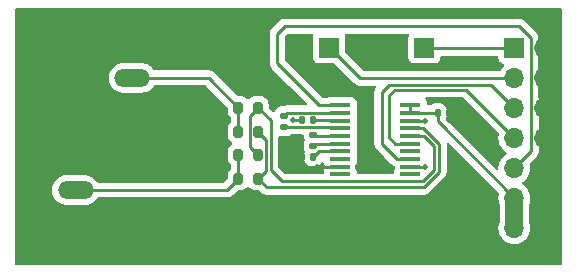
<source format=gbr>
%TF.GenerationSoftware,KiCad,Pcbnew,7.0.7*%
%TF.CreationDate,2023-09-29T20:54:03-04:00*%
%TF.ProjectId,Little_Master_Board,4c697474-6c65-45f4-9d61-737465725f42,B*%
%TF.SameCoordinates,Original*%
%TF.FileFunction,Copper,L1,Top*%
%TF.FilePolarity,Positive*%
%FSLAX46Y46*%
G04 Gerber Fmt 4.6, Leading zero omitted, Abs format (unit mm)*
G04 Created by KiCad (PCBNEW 7.0.7) date 2023-09-29 20:54:03*
%MOMM*%
%LPD*%
G01*
G04 APERTURE LIST*
G04 Aperture macros list*
%AMRoundRect*
0 Rectangle with rounded corners*
0 $1 Rounding radius*
0 $2 $3 $4 $5 $6 $7 $8 $9 X,Y pos of 4 corners*
0 Add a 4 corners polygon primitive as box body*
4,1,4,$2,$3,$4,$5,$6,$7,$8,$9,$2,$3,0*
0 Add four circle primitives for the rounded corners*
1,1,$1+$1,$2,$3*
1,1,$1+$1,$4,$5*
1,1,$1+$1,$6,$7*
1,1,$1+$1,$8,$9*
0 Add four rect primitives between the rounded corners*
20,1,$1+$1,$2,$3,$4,$5,0*
20,1,$1+$1,$4,$5,$6,$7,0*
20,1,$1+$1,$6,$7,$8,$9,0*
20,1,$1+$1,$8,$9,$2,$3,0*%
G04 Aperture macros list end*
%TA.AperFunction,SMDPad,CuDef*%
%ADD10RoundRect,0.140000X-0.170000X0.140000X-0.170000X-0.140000X0.170000X-0.140000X0.170000X0.140000X0*%
%TD*%
%TA.AperFunction,SMDPad,CuDef*%
%ADD11R,1.780000X0.420000*%
%TD*%
%TA.AperFunction,ComponentPad*%
%ADD12R,1.700000X1.700000*%
%TD*%
%TA.AperFunction,ComponentPad*%
%ADD13O,1.700000X1.700000*%
%TD*%
%TA.AperFunction,SMDPad,CuDef*%
%ADD14RoundRect,0.200000X0.200000X0.275000X-0.200000X0.275000X-0.200000X-0.275000X0.200000X-0.275000X0*%
%TD*%
%TA.AperFunction,SMDPad,CuDef*%
%ADD15RoundRect,0.140000X0.140000X0.170000X-0.140000X0.170000X-0.140000X-0.170000X0.140000X-0.170000X0*%
%TD*%
%TA.AperFunction,SMDPad,CuDef*%
%ADD16RoundRect,0.140000X-0.140000X-0.170000X0.140000X-0.170000X0.140000X0.170000X-0.140000X0.170000X0*%
%TD*%
%TA.AperFunction,ComponentPad*%
%ADD17O,1.508000X3.016000*%
%TD*%
%TA.AperFunction,ComponentPad*%
%ADD18O,3.016000X1.508000*%
%TD*%
%TA.AperFunction,ViaPad*%
%ADD19C,0.508000*%
%TD*%
%TA.AperFunction,Conductor*%
%ADD20C,0.254000*%
%TD*%
%TA.AperFunction,Conductor*%
%ADD21C,1.524000*%
%TD*%
G04 APERTURE END LIST*
D10*
%TO.P,C1,1*%
%TO.N,Net-(U1-C1+)*%
X134466400Y-67310000D03*
%TO.P,C1,2*%
%TO.N,Net-(U1-C1-)*%
X134466400Y-68270000D03*
%TD*%
D11*
%TO.P,U1,1,~{EN}*%
%TO.N,/~{EN}*%
X139220900Y-66431400D03*
%TO.P,U1,2,C1+*%
%TO.N,Net-(U1-C1+)*%
X139220900Y-67081400D03*
%TO.P,U1,3,V+*%
%TO.N,Net-(U1-V+)*%
X139220900Y-67731400D03*
%TO.P,U1,4,C1-*%
%TO.N,Net-(U1-C1-)*%
X139220900Y-68381400D03*
%TO.P,U1,5,C2+*%
%TO.N,Net-(U1-C2+)*%
X139220900Y-69031400D03*
%TO.P,U1,6,C2-*%
%TO.N,Net-(U1-C2-)*%
X139220900Y-69681400D03*
%TO.P,U1,7,V-*%
%TO.N,Net-(U1-V-)*%
X139220900Y-70331400D03*
%TO.P,U1,8,T2OUT*%
%TO.N,unconnected-(U1-T2OUT-Pad8)*%
X139220900Y-70981400D03*
%TO.P,U1,9,R2IN*%
%TO.N,GND*%
X139220900Y-71631400D03*
%TO.P,U1,10,R2OUT*%
%TO.N,unconnected-(U1-R2OUT-Pad10)*%
X139220900Y-72281400D03*
%TO.P,U1,11,N.C._1*%
%TO.N,unconnected-(U1-N.C._1-Pad11)*%
X145160900Y-72281400D03*
%TO.P,U1,12,T2IN*%
%TO.N,GND*%
X145160900Y-71631400D03*
%TO.P,U1,13,T1IN*%
%TO.N,/T1IN*%
X145160900Y-70981400D03*
%TO.P,U1,14,N.C._2*%
%TO.N,unconnected-(U1-N.C._2-Pad14)*%
X145160900Y-70331400D03*
%TO.P,U1,15,R1OUT*%
%TO.N,/R1OUT*%
X145160900Y-69681400D03*
%TO.P,U1,16,R1IN*%
%TO.N,/R1IN*%
X145160900Y-69031400D03*
%TO.P,U1,17,T1OUT*%
%TO.N,/T1OUT*%
X145160900Y-68381400D03*
%TO.P,U1,18,GND*%
%TO.N,GND*%
X145160900Y-67731400D03*
%TO.P,U1,19,VCC*%
%TO.N,VCC*%
X145160900Y-67081400D03*
%TO.P,U1,20,~{SHDN}*%
X145160900Y-66431400D03*
%TD*%
D12*
%TO.P,J1,1,Pin_1*%
%TO.N,Net-(J1-Pin_1)*%
X153974800Y-61595000D03*
D13*
%TO.P,J1,2,Pin_2*%
%TO.N,Net-(J1-Pin_2)*%
X153974800Y-64135000D03*
%TO.P,J1,3,Pin_3*%
%TO.N,/T1IN*%
X153974800Y-66675000D03*
%TO.P,J1,4,Pin_4*%
%TO.N,/R1OUT*%
X153974800Y-69215000D03*
%TO.P,J1,5,Pin_5*%
%TO.N,/~{EN}*%
X153974800Y-71755000D03*
%TO.P,J1,6,Pin_6*%
%TO.N,VCC*%
X153974800Y-74295000D03*
%TO.P,J1,7,Pin_7*%
X153974800Y-76835000D03*
%TO.P,J1,8,Pin_8*%
%TO.N,GND*%
X156514800Y-76835000D03*
%TO.P,J1,9,Pin_9*%
X156514800Y-74295000D03*
%TO.P,J1,10,Pin_10*%
X156514800Y-71755000D03*
%TO.P,J1,11,Pin_11*%
X156514800Y-69215000D03*
%TO.P,J1,12,Pin_12*%
X156514800Y-66675000D03*
%TO.P,J1,13,Pin_13*%
X156514800Y-64135000D03*
%TO.P,J1,14,Pin_14*%
X156514800Y-61595000D03*
%TD*%
D14*
%TO.P,R1,1*%
%TO.N,/T1OUT*%
X132256800Y-72644000D03*
%TO.P,R1,2*%
%TO.N,Net-(J3-Pin_2)*%
X130606800Y-72644000D03*
%TD*%
D15*
%TO.P,C3,1*%
%TO.N,Net-(U1-V+)*%
X136955600Y-67691000D03*
%TO.P,C3,2*%
%TO.N,GND*%
X135995600Y-67691000D03*
%TD*%
D14*
%TO.P,R3,1*%
%TO.N,/T1OUT*%
X132256800Y-68656200D03*
%TO.P,R3,2*%
%TO.N,Net-(J3-Pin_3)*%
X130606800Y-68656200D03*
%TD*%
D10*
%TO.P,C2,1*%
%TO.N,Net-(U1-C2+)*%
X136955600Y-68912800D03*
%TO.P,C2,2*%
%TO.N,Net-(U1-C2-)*%
X136955600Y-69872800D03*
%TD*%
D14*
%TO.P,R4,1*%
%TO.N,/R1IN*%
X132256800Y-66624200D03*
%TO.P,R4,2*%
%TO.N,Net-(J3-Pin_3)*%
X130606800Y-66624200D03*
%TD*%
D12*
%TO.P,J4,1,Pin_1*%
%TO.N,Net-(J1-Pin_2)*%
X138277600Y-61544200D03*
D13*
%TO.P,J4,2,Pin_2*%
%TO.N,GND*%
X135737600Y-61544200D03*
%TD*%
D16*
%TO.P,C4,1*%
%TO.N,GND*%
X135995600Y-70789800D03*
%TO.P,C4,2*%
%TO.N,Net-(U1-V-)*%
X136955600Y-70789800D03*
%TD*%
D14*
%TO.P,R2,1*%
%TO.N,/R1IN*%
X132256800Y-70612000D03*
%TO.P,R2,2*%
%TO.N,Net-(J3-Pin_2)*%
X130606800Y-70612000D03*
%TD*%
D17*
%TO.P,J3,1,Pin_1*%
%TO.N,GND*%
X113334800Y-69113400D03*
D18*
%TO.P,J3,2,Pin_2*%
%TO.N,Net-(J3-Pin_2)*%
X116834800Y-73613400D03*
%TO.P,J3,3,Pin_3*%
%TO.N,Net-(J3-Pin_3)*%
X121634800Y-64113400D03*
%TD*%
D16*
%TO.P,C5,1*%
%TO.N,VCC*%
X147475000Y-67081400D03*
%TO.P,C5,2*%
%TO.N,GND*%
X148435000Y-67081400D03*
%TD*%
D12*
%TO.P,J2,1,Pin_1*%
%TO.N,Net-(J1-Pin_1)*%
X146354800Y-61544200D03*
D13*
%TO.P,J2,2,Pin_2*%
%TO.N,GND*%
X143814800Y-61544200D03*
%TD*%
D19*
%TO.N,GND*%
X137285800Y-71653400D03*
X148463000Y-67665600D03*
X146431000Y-71631400D03*
X135253800Y-67691000D03*
X135431600Y-70789800D03*
X146431000Y-67731400D03*
%TD*%
D20*
%TO.N,VCC*%
X145160900Y-66431400D02*
X145160900Y-67081400D01*
%TO.N,/~{EN}*%
X155371800Y-60733200D02*
X155371800Y-65836800D01*
X155371800Y-65836800D02*
X155371800Y-66068387D01*
X153974800Y-71755000D02*
X155385400Y-70344400D01*
X155385400Y-70344400D02*
X155385400Y-65850400D01*
X155385400Y-65850400D02*
X155371800Y-65836800D01*
X139220900Y-66431400D02*
X137449800Y-66431400D01*
X133883400Y-60375800D02*
X134518400Y-59740800D01*
X154379400Y-59740800D02*
X155371800Y-60733200D01*
X137449800Y-66431400D02*
X133883400Y-62865000D01*
X133883400Y-62865000D02*
X133883400Y-60375800D01*
X134518400Y-59740800D02*
X154379400Y-59740800D01*
%TO.N,Net-(U1-C1+)*%
X134695000Y-67081400D02*
X134466400Y-67310000D01*
X138483100Y-67081400D02*
X134695000Y-67081400D01*
%TO.N,Net-(U1-C1-)*%
X139119900Y-68280400D02*
X139220900Y-68381400D01*
X134466400Y-68270000D02*
X134476800Y-68280400D01*
X134476800Y-68280400D02*
X138382100Y-68280400D01*
%TO.N,Net-(U1-C2+)*%
X138483100Y-69031400D02*
X137074200Y-69031400D01*
X137074200Y-69031400D02*
X136955600Y-68912800D01*
%TO.N,Net-(U1-C2-)*%
X139220900Y-69681400D02*
X137147000Y-69681400D01*
X137147000Y-69681400D02*
X136955600Y-69872800D01*
%TO.N,Net-(U1-V+)*%
X136955600Y-67691000D02*
X138442700Y-67691000D01*
X139180500Y-67691000D02*
X139220900Y-67731400D01*
%TO.N,GND*%
X148435000Y-67637600D02*
X148463000Y-67665600D01*
X137307800Y-71631400D02*
X137285800Y-71653400D01*
X146431000Y-71631400D02*
X145160900Y-71631400D01*
X148435000Y-67081400D02*
X148435000Y-67637600D01*
X139220900Y-71631400D02*
X138045600Y-71631400D01*
X139220900Y-71631400D02*
X137307800Y-71631400D01*
X135253800Y-67691000D02*
X135995600Y-67691000D01*
X146431000Y-67731400D02*
X145160900Y-67731400D01*
X135995600Y-70789800D02*
X135431600Y-70789800D01*
%TO.N,Net-(U1-V-)*%
X136955600Y-70789800D02*
X137414000Y-70331400D01*
X137414000Y-70331400D02*
X139220900Y-70331400D01*
%TO.N,VCC*%
X153974800Y-74295000D02*
X147475000Y-67795200D01*
D21*
X153974800Y-74295000D02*
X153974800Y-76835000D01*
D20*
X147475000Y-67081400D02*
X145160900Y-67081400D01*
X147475000Y-67795200D02*
X147475000Y-67081400D01*
%TO.N,Net-(J1-Pin_1)*%
X153974800Y-61595000D02*
X148442600Y-61595000D01*
X146405600Y-61595000D02*
X146354800Y-61544200D01*
X153974800Y-61595000D02*
X146405600Y-61595000D01*
X148442600Y-61595000D02*
X148417200Y-61569600D01*
%TO.N,/R1OUT*%
X143900200Y-69681400D02*
X145160900Y-69681400D01*
X143357600Y-69138800D02*
X143900200Y-69681400D01*
X149860000Y-65100200D02*
X143840200Y-65100200D01*
X143357600Y-65582800D02*
X143357600Y-69138800D01*
X153974800Y-69215000D02*
X149860000Y-65100200D01*
X143840200Y-65100200D02*
X143357600Y-65582800D01*
%TO.N,/T1IN*%
X151993600Y-64693800D02*
X143383000Y-64693800D01*
X143383000Y-64693800D02*
X142748000Y-65328800D01*
X142748000Y-65328800D02*
X142748000Y-69712500D01*
X153974800Y-66675000D02*
X151993600Y-64693800D01*
X144016900Y-70981400D02*
X145160900Y-70981400D01*
X142748000Y-69712500D02*
X144016900Y-70981400D01*
%TO.N,/~{EN}*%
X153974800Y-71718079D02*
X153974800Y-71755000D01*
%TO.N,Net-(J1-Pin_2)*%
X153974800Y-64135000D02*
X140893800Y-64135000D01*
X140893800Y-64135000D02*
X138277600Y-61518800D01*
%TO.N,Net-(J3-Pin_3)*%
X130606800Y-68656200D02*
X130606800Y-66624200D01*
X128096000Y-64113400D02*
X121634800Y-64113400D01*
X130606800Y-66624200D02*
X128096000Y-64113400D01*
%TO.N,/R1IN*%
X146221100Y-72880000D02*
X147167600Y-71933500D01*
X146304900Y-69031400D02*
X145160900Y-69031400D01*
X147167600Y-69894100D02*
X146304900Y-69031400D01*
X132256800Y-66624200D02*
X131577400Y-67303600D01*
X131577400Y-69932600D02*
X132256800Y-70612000D01*
X134271800Y-72880000D02*
X146221100Y-72880000D01*
X132256800Y-66624200D02*
X133342600Y-67710000D01*
X133342600Y-71950800D02*
X134271800Y-72880000D01*
X131577400Y-67303600D02*
X131577400Y-69932600D01*
X147167600Y-71933500D02*
X147167600Y-69894100D01*
X133342600Y-67710000D02*
X133342600Y-71950800D01*
%TO.N,/T1OUT*%
X146257800Y-68381400D02*
X147599400Y-69723000D01*
X132256800Y-68656200D02*
X132936200Y-69335600D01*
X132993400Y-73380600D02*
X132256800Y-72644000D01*
X132936200Y-71964600D02*
X132256800Y-72644000D01*
X147599400Y-69723000D02*
X147599400Y-72076436D01*
X146295236Y-73380600D02*
X132993400Y-73380600D01*
X145160900Y-68381400D02*
X146257800Y-68381400D01*
X147599400Y-72076436D02*
X146295236Y-73380600D01*
X132936200Y-69335600D02*
X132936200Y-71964600D01*
%TO.N,Net-(J3-Pin_2)*%
X129637400Y-73613400D02*
X130606800Y-72644000D01*
X130606800Y-70612000D02*
X130606800Y-72644000D01*
X116834800Y-73613400D02*
X129637400Y-73613400D01*
%TD*%
%TA.AperFunction,Conductor*%
%TO.N,GND*%
G36*
X136088139Y-68927585D02*
G01*
X136133894Y-68980389D01*
X136145100Y-69031900D01*
X136145100Y-69117492D01*
X136147956Y-69153791D01*
X136147957Y-69153797D01*
X136193104Y-69309191D01*
X136193106Y-69309197D01*
X136205220Y-69329680D01*
X136222401Y-69397404D01*
X136205220Y-69455920D01*
X136193106Y-69476402D01*
X136193104Y-69476408D01*
X136147957Y-69631802D01*
X136147956Y-69631808D01*
X136145100Y-69668108D01*
X136145100Y-70077492D01*
X136147956Y-70113791D01*
X136147957Y-70113797D01*
X136193104Y-70269190D01*
X136193104Y-70269191D01*
X136193105Y-70269193D01*
X136193106Y-70269195D01*
X136199724Y-70280386D01*
X136204263Y-70288060D01*
X136221444Y-70355784D01*
X136216606Y-70385775D01*
X136177957Y-70518802D01*
X136177956Y-70518808D01*
X136175100Y-70555108D01*
X136175100Y-71024492D01*
X136177956Y-71060791D01*
X136177957Y-71060797D01*
X136223104Y-71216190D01*
X136223105Y-71216193D01*
X136305481Y-71355484D01*
X136305487Y-71355492D01*
X136419907Y-71469912D01*
X136419911Y-71469915D01*
X136419913Y-71469917D01*
X136559205Y-71552294D01*
X136600187Y-71564200D01*
X136714602Y-71597442D01*
X136714605Y-71597442D01*
X136714607Y-71597443D01*
X136726707Y-71598395D01*
X136750908Y-71600300D01*
X136750910Y-71600300D01*
X137160292Y-71600300D01*
X137178441Y-71598871D01*
X137196593Y-71597443D01*
X137196595Y-71597442D01*
X137196597Y-71597442D01*
X137254212Y-71580703D01*
X137351995Y-71552294D01*
X137491287Y-71469917D01*
X137605717Y-71355487D01*
X137628204Y-71317462D01*
X137679271Y-71269780D01*
X137748013Y-71257274D01*
X137812602Y-71283919D01*
X137851118Y-71337249D01*
X137887103Y-71433730D01*
X137978669Y-71556046D01*
X137975963Y-71558071D01*
X138001611Y-71605042D01*
X137996627Y-71674734D01*
X137976905Y-71705435D01*
X137978668Y-71706755D01*
X137887106Y-71829064D01*
X137887102Y-71829071D01*
X137836808Y-71963917D01*
X137833960Y-71990413D01*
X137830401Y-72023523D01*
X137830400Y-72023535D01*
X137830400Y-72128500D01*
X137810715Y-72195539D01*
X137757911Y-72241294D01*
X137706400Y-72252500D01*
X134583081Y-72252500D01*
X134516042Y-72232815D01*
X134495400Y-72216181D01*
X134006418Y-71727199D01*
X133972933Y-71665876D01*
X133970099Y-71639518D01*
X133970099Y-70341663D01*
X133970099Y-69147333D01*
X133989784Y-69080298D01*
X134042588Y-69034543D01*
X134111746Y-69024599D01*
X134128693Y-69028260D01*
X134195407Y-69047643D01*
X134207507Y-69048595D01*
X134231708Y-69050500D01*
X134231710Y-69050500D01*
X134701092Y-69050500D01*
X134719241Y-69049071D01*
X134737393Y-69047643D01*
X134737395Y-69047642D01*
X134737397Y-69047642D01*
X134804105Y-69028261D01*
X134892795Y-69002494D01*
X134986836Y-68946877D01*
X135023547Y-68925168D01*
X135086668Y-68907900D01*
X136021100Y-68907900D01*
X136088139Y-68927585D01*
G37*
%TD.AperFunction*%
%TA.AperFunction,Conductor*%
G36*
X136903419Y-60387985D02*
G01*
X136949174Y-60440789D01*
X136959118Y-60509947D01*
X136952562Y-60535633D01*
X136933508Y-60586717D01*
X136928047Y-60637517D01*
X136927101Y-60646323D01*
X136927100Y-60646335D01*
X136927100Y-62442070D01*
X136927101Y-62442076D01*
X136933508Y-62501683D01*
X136983802Y-62636528D01*
X136983806Y-62636535D01*
X137070052Y-62751744D01*
X137070055Y-62751747D01*
X137185264Y-62837993D01*
X137185271Y-62837997D01*
X137320117Y-62888291D01*
X137320116Y-62888291D01*
X137324786Y-62888793D01*
X137379727Y-62894700D01*
X138714718Y-62894699D01*
X138781757Y-62914384D01*
X138802399Y-62931018D01*
X140391424Y-64520043D01*
X140401271Y-64532333D01*
X140401489Y-64532154D01*
X140406457Y-64538160D01*
X140457057Y-64585677D01*
X140478005Y-64606624D01*
X140483506Y-64610891D01*
X140487945Y-64614682D01*
X140522033Y-64646693D01*
X140539684Y-64656396D01*
X140555934Y-64667071D01*
X140571838Y-64679408D01*
X140571841Y-64679410D01*
X140614742Y-64697974D01*
X140619990Y-64700544D01*
X140660966Y-64723072D01*
X140680040Y-64727969D01*
X140680460Y-64728077D01*
X140698864Y-64734377D01*
X140717342Y-64742374D01*
X140760838Y-64749262D01*
X140763524Y-64749688D01*
X140769229Y-64750869D01*
X140814528Y-64762500D01*
X140834658Y-64762500D01*
X140854057Y-64764027D01*
X140873933Y-64767175D01*
X140916579Y-64763143D01*
X140920479Y-64762775D01*
X140926317Y-64762500D01*
X142134280Y-64762500D01*
X142201319Y-64782185D01*
X142247074Y-64834989D01*
X142257018Y-64904147D01*
X142238642Y-64949417D01*
X142240064Y-64950199D01*
X142226606Y-64974677D01*
X142215928Y-64990933D01*
X142203594Y-65006834D01*
X142203589Y-65006842D01*
X142185025Y-65049743D01*
X142182454Y-65054991D01*
X142159927Y-65095967D01*
X142154920Y-65115468D01*
X142148621Y-65133864D01*
X142141893Y-65149412D01*
X142140625Y-65152344D01*
X142140624Y-65152346D01*
X142133312Y-65198516D01*
X142132127Y-65204238D01*
X142120500Y-65249523D01*
X142120500Y-65269658D01*
X142118973Y-65289057D01*
X142115825Y-65308931D01*
X142120225Y-65355477D01*
X142120500Y-65361315D01*
X142120500Y-69629532D01*
X142118772Y-69645181D01*
X142119054Y-69645208D01*
X142118319Y-69652975D01*
X142120500Y-69722359D01*
X142120500Y-69751977D01*
X142121371Y-69758880D01*
X142121829Y-69764699D01*
X142123298Y-69811442D01*
X142128916Y-69830775D01*
X142132862Y-69849829D01*
X142135383Y-69869787D01*
X142135386Y-69869799D01*
X142152595Y-69913265D01*
X142154487Y-69918793D01*
X142167530Y-69963687D01*
X142167530Y-69963688D01*
X142177777Y-69981015D01*
X142186335Y-69998485D01*
X142193745Y-70017201D01*
X142221229Y-70055029D01*
X142224437Y-70059913D01*
X142248234Y-70100152D01*
X142248240Y-70100160D01*
X142262469Y-70114388D01*
X142275109Y-70129187D01*
X142286934Y-70145464D01*
X142286936Y-70145465D01*
X142286937Y-70145467D01*
X142322957Y-70175265D01*
X142327268Y-70179187D01*
X142929222Y-70781141D01*
X143514524Y-71366443D01*
X143524371Y-71378733D01*
X143524589Y-71378554D01*
X143529557Y-71384560D01*
X143580157Y-71432077D01*
X143595198Y-71447117D01*
X143601105Y-71453024D01*
X143606606Y-71457291D01*
X143611045Y-71461082D01*
X143645133Y-71493093D01*
X143662784Y-71502796D01*
X143679034Y-71513471D01*
X143689878Y-71521883D01*
X143694938Y-71525808D01*
X143694941Y-71525810D01*
X143737842Y-71544374D01*
X143743090Y-71546944D01*
X143784066Y-71569472D01*
X143799408Y-71573411D01*
X143803560Y-71574477D01*
X143821791Y-71580703D01*
X143821914Y-71580756D01*
X143875692Y-71625363D01*
X143896816Y-71691962D01*
X143878581Y-71759410D01*
X143872112Y-71768944D01*
X143827106Y-71829064D01*
X143827102Y-71829071D01*
X143776808Y-71963917D01*
X143773960Y-71990413D01*
X143770401Y-72023523D01*
X143770400Y-72023535D01*
X143770400Y-72128500D01*
X143750715Y-72195539D01*
X143697911Y-72241294D01*
X143646400Y-72252500D01*
X140735399Y-72252500D01*
X140668360Y-72232815D01*
X140622605Y-72180011D01*
X140611399Y-72128500D01*
X140611399Y-72023529D01*
X140611398Y-72023523D01*
X140611397Y-72023516D01*
X140604991Y-71963917D01*
X140593762Y-71933811D01*
X140554697Y-71829071D01*
X140554696Y-71829070D01*
X140554696Y-71829069D01*
X140468446Y-71713854D01*
X140463131Y-71706754D01*
X140465843Y-71704723D01*
X140440200Y-71657816D01*
X140445151Y-71588122D01*
X140464909Y-71557377D01*
X140463131Y-71556046D01*
X140470999Y-71545536D01*
X140554696Y-71433731D01*
X140604991Y-71298883D01*
X140611400Y-71239273D01*
X140611399Y-70723528D01*
X140605607Y-70669647D01*
X140605608Y-70643145D01*
X140606004Y-70639453D01*
X140611400Y-70589273D01*
X140611399Y-70073528D01*
X140605607Y-70019647D01*
X140605608Y-69993145D01*
X140606912Y-69981015D01*
X140611400Y-69939273D01*
X140611399Y-69423528D01*
X140605607Y-69369647D01*
X140605608Y-69343145D01*
X140606447Y-69335344D01*
X140611400Y-69289273D01*
X140611399Y-68773528D01*
X140605607Y-68719647D01*
X140605608Y-68693145D01*
X140606004Y-68689453D01*
X140611400Y-68639273D01*
X140611399Y-68123528D01*
X140605607Y-68069647D01*
X140605608Y-68043145D01*
X140606004Y-68039453D01*
X140611400Y-67989273D01*
X140611399Y-67473528D01*
X140605607Y-67419647D01*
X140605608Y-67393145D01*
X140606004Y-67389453D01*
X140611400Y-67339273D01*
X140611399Y-66823528D01*
X140605607Y-66769647D01*
X140605608Y-66743145D01*
X140606004Y-66739453D01*
X140611400Y-66689273D01*
X140611399Y-66173528D01*
X140604991Y-66113917D01*
X140584729Y-66059593D01*
X140554697Y-65979071D01*
X140554693Y-65979064D01*
X140468447Y-65863855D01*
X140468444Y-65863852D01*
X140353235Y-65777606D01*
X140353228Y-65777602D01*
X140218382Y-65727308D01*
X140218383Y-65727308D01*
X140158783Y-65720901D01*
X140158781Y-65720900D01*
X140158773Y-65720900D01*
X140158764Y-65720900D01*
X138283029Y-65720900D01*
X138283023Y-65720901D01*
X138223416Y-65727308D01*
X138088571Y-65777602D01*
X138088564Y-65777606D01*
X138086480Y-65779167D01*
X138084040Y-65780076D01*
X138080786Y-65781854D01*
X138080530Y-65781386D01*
X138021016Y-65803584D01*
X138012170Y-65803900D01*
X137761081Y-65803900D01*
X137694042Y-65784215D01*
X137673400Y-65767581D01*
X134547219Y-62641400D01*
X134513734Y-62580077D01*
X134510900Y-62553719D01*
X134510900Y-60687080D01*
X134530585Y-60620041D01*
X134547214Y-60599404D01*
X134742000Y-60404618D01*
X134803323Y-60371134D01*
X134829681Y-60368300D01*
X136836380Y-60368300D01*
X136903419Y-60387985D01*
G37*
%TD.AperFunction*%
%TA.AperFunction,Conductor*%
G36*
X149615758Y-65747385D02*
G01*
X149636400Y-65764019D01*
X152633964Y-68761583D01*
X152667449Y-68822906D01*
X152666058Y-68881356D01*
X152639739Y-68979583D01*
X152639736Y-68979596D01*
X152619141Y-69214999D01*
X152619141Y-69215000D01*
X152639736Y-69450403D01*
X152639738Y-69450413D01*
X152700894Y-69678655D01*
X152700896Y-69678659D01*
X152700897Y-69678663D01*
X152780713Y-69849829D01*
X152800765Y-69892830D01*
X152800767Y-69892834D01*
X152887852Y-70017203D01*
X152930065Y-70077490D01*
X152936301Y-70086395D01*
X152936306Y-70086402D01*
X153103397Y-70253493D01*
X153103403Y-70253498D01*
X153288958Y-70383425D01*
X153332583Y-70438002D01*
X153339777Y-70507500D01*
X153308254Y-70569855D01*
X153288958Y-70586575D01*
X153103397Y-70716505D01*
X152936305Y-70883597D01*
X152800765Y-71077169D01*
X152800764Y-71077171D01*
X152700898Y-71291335D01*
X152700894Y-71291344D01*
X152639738Y-71519586D01*
X152639736Y-71519596D01*
X152618669Y-71760394D01*
X152616886Y-71760238D01*
X152599456Y-71819599D01*
X152546652Y-71865354D01*
X152477494Y-71875298D01*
X152413938Y-71846273D01*
X152407460Y-71840241D01*
X148226274Y-67659055D01*
X148192789Y-67597732D01*
X148197773Y-67528040D01*
X148207223Y-67508253D01*
X148207494Y-67507795D01*
X148252643Y-67352393D01*
X148255500Y-67316090D01*
X148255500Y-66846710D01*
X148252643Y-66810407D01*
X148240803Y-66769655D01*
X148219400Y-66695987D01*
X148207494Y-66655005D01*
X148125117Y-66515713D01*
X148125115Y-66515711D01*
X148125112Y-66515707D01*
X148010692Y-66401287D01*
X148010684Y-66401281D01*
X147909356Y-66341356D01*
X147871395Y-66318906D01*
X147871394Y-66318905D01*
X147871393Y-66318905D01*
X147871390Y-66318904D01*
X147715997Y-66273757D01*
X147715991Y-66273756D01*
X147679692Y-66270900D01*
X147679690Y-66270900D01*
X147270310Y-66270900D01*
X147270308Y-66270900D01*
X147234008Y-66273756D01*
X147234002Y-66273757D01*
X147078609Y-66318904D01*
X147078606Y-66318905D01*
X146939315Y-66401281D01*
X146939307Y-66401287D01*
X146923014Y-66417581D01*
X146861691Y-66451066D01*
X146835333Y-66453900D01*
X146675400Y-66453900D01*
X146608361Y-66434215D01*
X146562606Y-66381411D01*
X146551400Y-66329901D01*
X146551399Y-66173530D01*
X146551398Y-66173523D01*
X146544991Y-66113916D01*
X146494697Y-65979071D01*
X146494695Y-65979068D01*
X146457473Y-65929346D01*
X146454976Y-65926010D01*
X146430559Y-65860548D01*
X146445410Y-65792275D01*
X146494815Y-65742869D01*
X146554243Y-65727700D01*
X149548719Y-65727700D01*
X149615758Y-65747385D01*
G37*
%TD.AperFunction*%
%TA.AperFunction,Conductor*%
G36*
X144980619Y-60387985D02*
G01*
X145026374Y-60440789D01*
X145036318Y-60509947D01*
X145029762Y-60535633D01*
X145010708Y-60586717D01*
X145005247Y-60637517D01*
X145004301Y-60646323D01*
X145004300Y-60646335D01*
X145004300Y-62442070D01*
X145004301Y-62442076D01*
X145010708Y-62501683D01*
X145061002Y-62636528D01*
X145061006Y-62636535D01*
X145147252Y-62751744D01*
X145147255Y-62751747D01*
X145262464Y-62837993D01*
X145262471Y-62837997D01*
X145397317Y-62888291D01*
X145397316Y-62888291D01*
X145401986Y-62888793D01*
X145456927Y-62894700D01*
X147252672Y-62894699D01*
X147312283Y-62888291D01*
X147447131Y-62837996D01*
X147562346Y-62751746D01*
X147648596Y-62636531D01*
X147698891Y-62501683D01*
X147705300Y-62442073D01*
X147705300Y-62346500D01*
X147724985Y-62279461D01*
X147777789Y-62233706D01*
X147829300Y-62222500D01*
X148363328Y-62222500D01*
X148383458Y-62222500D01*
X148402855Y-62224026D01*
X148422733Y-62227175D01*
X148465379Y-62223143D01*
X148469279Y-62222775D01*
X148475117Y-62222500D01*
X152500301Y-62222500D01*
X152567340Y-62242185D01*
X152613095Y-62294989D01*
X152624301Y-62346500D01*
X152624301Y-62492876D01*
X152630708Y-62552483D01*
X152681002Y-62687328D01*
X152681006Y-62687335D01*
X152767252Y-62802544D01*
X152767255Y-62802547D01*
X152882464Y-62888793D01*
X152882471Y-62888797D01*
X153013881Y-62937810D01*
X153069815Y-62979681D01*
X153094232Y-63045145D01*
X153079380Y-63113418D01*
X153058230Y-63141673D01*
X152936303Y-63263600D01*
X152802549Y-63454623D01*
X152747972Y-63498248D01*
X152700974Y-63507500D01*
X141205081Y-63507500D01*
X141138042Y-63487815D01*
X141117400Y-63471181D01*
X139664418Y-62018199D01*
X139630933Y-61956876D01*
X139628099Y-61930518D01*
X139628099Y-60646329D01*
X139628098Y-60646323D01*
X139628097Y-60646316D01*
X139621691Y-60586717D01*
X139617661Y-60575913D01*
X139602638Y-60535633D01*
X139597654Y-60465942D01*
X139631139Y-60404619D01*
X139692462Y-60371134D01*
X139718820Y-60368300D01*
X144913580Y-60368300D01*
X144980619Y-60387985D01*
G37*
%TD.AperFunction*%
%TA.AperFunction,Conductor*%
G36*
X157930539Y-58236985D02*
G01*
X157976294Y-58289789D01*
X157987500Y-58341300D01*
X157987500Y-79834700D01*
X157967815Y-79901739D01*
X157915011Y-79947494D01*
X157863500Y-79958700D01*
X111833700Y-79958700D01*
X111766661Y-79939015D01*
X111720906Y-79886211D01*
X111709700Y-79834700D01*
X111709700Y-73669906D01*
X114822496Y-73669906D01*
X114822497Y-73669910D01*
X114852809Y-73893681D01*
X114852810Y-73893684D01*
X114922589Y-74108444D01*
X115029594Y-74307291D01*
X115029596Y-74307294D01*
X115170386Y-74483839D01*
X115340439Y-74632411D01*
X115340440Y-74632412D01*
X115340443Y-74632414D01*
X115534293Y-74748234D01*
X115745707Y-74827580D01*
X115745708Y-74827580D01*
X115967890Y-74867900D01*
X115967893Y-74867900D01*
X117645137Y-74867900D01*
X117645143Y-74867900D01*
X117803243Y-74853670D01*
X117813706Y-74852729D01*
X118031370Y-74792658D01*
X118031375Y-74792655D01*
X118031382Y-74792654D01*
X118234833Y-74694677D01*
X118417521Y-74561947D01*
X118573572Y-74398730D01*
X118640994Y-74296589D01*
X118694355Y-74251484D01*
X118744482Y-74240900D01*
X129554433Y-74240900D01*
X129570081Y-74242627D01*
X129570108Y-74242346D01*
X129577875Y-74243080D01*
X129577876Y-74243079D01*
X129577877Y-74243080D01*
X129647260Y-74240900D01*
X129676876Y-74240900D01*
X129683778Y-74240027D01*
X129689590Y-74239569D01*
X129736343Y-74238101D01*
X129755672Y-74232484D01*
X129774728Y-74228537D01*
X129794693Y-74226016D01*
X129838170Y-74208801D01*
X129843676Y-74206916D01*
X129888591Y-74193868D01*
X129905915Y-74183621D01*
X129923383Y-74175063D01*
X129942103Y-74167653D01*
X129979942Y-74140159D01*
X129984791Y-74136974D01*
X130025056Y-74113163D01*
X130039297Y-74098920D01*
X130054078Y-74086297D01*
X130070367Y-74074463D01*
X130070369Y-74074459D01*
X130070371Y-74074459D01*
X130082676Y-74059583D01*
X130100176Y-74038428D01*
X130104089Y-74034128D01*
X130482399Y-73655819D01*
X130543723Y-73622334D01*
X130570081Y-73619500D01*
X130863413Y-73619500D01*
X130863416Y-73619500D01*
X130933996Y-73613086D01*
X131096406Y-73562478D01*
X131241985Y-73474472D01*
X131292860Y-73423597D01*
X131344119Y-73372339D01*
X131405442Y-73338854D01*
X131475134Y-73343838D01*
X131519481Y-73372339D01*
X131621611Y-73474469D01*
X131621613Y-73474470D01*
X131621615Y-73474472D01*
X131767194Y-73562478D01*
X131929604Y-73613086D01*
X132000184Y-73619500D01*
X132293519Y-73619500D01*
X132360558Y-73639185D01*
X132381200Y-73655819D01*
X132491024Y-73765643D01*
X132500871Y-73777933D01*
X132501089Y-73777754D01*
X132506057Y-73783760D01*
X132556657Y-73831277D01*
X132577601Y-73852220D01*
X132577607Y-73852226D01*
X132583097Y-73856483D01*
X132587548Y-73860284D01*
X132621635Y-73892295D01*
X132621637Y-73892296D01*
X132639267Y-73901987D01*
X132655535Y-73912672D01*
X132671438Y-73925008D01*
X132714345Y-73943575D01*
X132719581Y-73946139D01*
X132744489Y-73959833D01*
X132760558Y-73968668D01*
X132760560Y-73968669D01*
X132760566Y-73968672D01*
X132779640Y-73973569D01*
X132780060Y-73973677D01*
X132798464Y-73979977D01*
X132816942Y-73987974D01*
X132860438Y-73994862D01*
X132863124Y-73995288D01*
X132868829Y-73996469D01*
X132914128Y-74008100D01*
X132934258Y-74008100D01*
X132953657Y-74009627D01*
X132973533Y-74012775D01*
X133016179Y-74008743D01*
X133020079Y-74008375D01*
X133025917Y-74008100D01*
X146212269Y-74008100D01*
X146227917Y-74009827D01*
X146227944Y-74009546D01*
X146235711Y-74010280D01*
X146235712Y-74010279D01*
X146235713Y-74010280D01*
X146305096Y-74008100D01*
X146334712Y-74008100D01*
X146341614Y-74007227D01*
X146347426Y-74006769D01*
X146394179Y-74005301D01*
X146413508Y-73999684D01*
X146432564Y-73995737D01*
X146452529Y-73993216D01*
X146496006Y-73976001D01*
X146501512Y-73974116D01*
X146546427Y-73961068D01*
X146563751Y-73950821D01*
X146581219Y-73942263D01*
X146599939Y-73934853D01*
X146637778Y-73907359D01*
X146642627Y-73904174D01*
X146682892Y-73880363D01*
X146697133Y-73866120D01*
X146711914Y-73853497D01*
X146728203Y-73841663D01*
X146728205Y-73841659D01*
X146728207Y-73841659D01*
X146740081Y-73827303D01*
X146758012Y-73805628D01*
X146761925Y-73801328D01*
X147984443Y-72578810D01*
X147996725Y-72568973D01*
X147996544Y-72568754D01*
X148002552Y-72563782D01*
X148002562Y-72563776D01*
X148050077Y-72513177D01*
X148071023Y-72492232D01*
X148075292Y-72486726D01*
X148079076Y-72482295D01*
X148111093Y-72448203D01*
X148120789Y-72430564D01*
X148131473Y-72414297D01*
X148143808Y-72398398D01*
X148162378Y-72355482D01*
X148164934Y-72350263D01*
X148187472Y-72309270D01*
X148192478Y-72289770D01*
X148198782Y-72271360D01*
X148206770Y-72252901D01*
X148206773Y-72252895D01*
X148212194Y-72218664D01*
X148214087Y-72206716D01*
X148215268Y-72201006D01*
X148226900Y-72155708D01*
X148226900Y-72135571D01*
X148228427Y-72116171D01*
X148231574Y-72096303D01*
X148227175Y-72049765D01*
X148226900Y-72043927D01*
X148226900Y-69805964D01*
X148228628Y-69790313D01*
X148228346Y-69790287D01*
X148229080Y-69782524D01*
X148227697Y-69738511D01*
X148245267Y-69670887D01*
X148296607Y-69623496D01*
X148365420Y-69611385D01*
X148429855Y-69638400D01*
X148439317Y-69646936D01*
X152633964Y-73841583D01*
X152667449Y-73902906D01*
X152666058Y-73961356D01*
X152639739Y-74059583D01*
X152639736Y-74059596D01*
X152619141Y-74294999D01*
X152619141Y-74295000D01*
X152639736Y-74530403D01*
X152639738Y-74530413D01*
X152700896Y-74758662D01*
X152702748Y-74763749D01*
X152701973Y-74764030D01*
X152712300Y-74810607D01*
X152712300Y-76319393D01*
X152701973Y-76365974D01*
X152702747Y-76366256D01*
X152700894Y-76371344D01*
X152639738Y-76599586D01*
X152639736Y-76599596D01*
X152619141Y-76834999D01*
X152619141Y-76835000D01*
X152639736Y-77070403D01*
X152639738Y-77070413D01*
X152700894Y-77298655D01*
X152700896Y-77298659D01*
X152700897Y-77298663D01*
X152800764Y-77512829D01*
X152800765Y-77512830D01*
X152800767Y-77512834D01*
X152909081Y-77667521D01*
X152936305Y-77706401D01*
X153103399Y-77873495D01*
X153200184Y-77941264D01*
X153296965Y-78009032D01*
X153296967Y-78009033D01*
X153296970Y-78009035D01*
X153511137Y-78108903D01*
X153739392Y-78170063D01*
X153927718Y-78186539D01*
X153974799Y-78190659D01*
X153974800Y-78190659D01*
X153974801Y-78190659D01*
X154014034Y-78187226D01*
X154210208Y-78170063D01*
X154438463Y-78108903D01*
X154652630Y-78009035D01*
X154846201Y-77873495D01*
X155013295Y-77706401D01*
X155148835Y-77512830D01*
X155248703Y-77298663D01*
X155309863Y-77070408D01*
X155330459Y-76835000D01*
X155309863Y-76599592D01*
X155248703Y-76371337D01*
X155248700Y-76371331D01*
X155246853Y-76366256D01*
X155247626Y-76365974D01*
X155237300Y-76319393D01*
X155237300Y-74810607D01*
X155247626Y-74764030D01*
X155246852Y-74763749D01*
X155248703Y-74758662D01*
X155251497Y-74748234D01*
X155309863Y-74530408D01*
X155330459Y-74295000D01*
X155309863Y-74059592D01*
X155248703Y-73831337D01*
X155148835Y-73617171D01*
X155048915Y-73474469D01*
X155013294Y-73423597D01*
X154846202Y-73256506D01*
X154846196Y-73256501D01*
X154660642Y-73126575D01*
X154617017Y-73071998D01*
X154609823Y-73002500D01*
X154641346Y-72940145D01*
X154660642Y-72923425D01*
X154796821Y-72828071D01*
X154846201Y-72793495D01*
X155013295Y-72626401D01*
X155148835Y-72432830D01*
X155248703Y-72218663D01*
X155309863Y-71990408D01*
X155330459Y-71755000D01*
X155309863Y-71519592D01*
X155286857Y-71433731D01*
X155283541Y-71421356D01*
X155285204Y-71351506D01*
X155315633Y-71301584D01*
X155770443Y-70846774D01*
X155782725Y-70836937D01*
X155782544Y-70836718D01*
X155788552Y-70831746D01*
X155788562Y-70831740D01*
X155836077Y-70781141D01*
X155857023Y-70760196D01*
X155861292Y-70754690D01*
X155865076Y-70750259D01*
X155897093Y-70716167D01*
X155906789Y-70698528D01*
X155917473Y-70682261D01*
X155929808Y-70666362D01*
X155948383Y-70623434D01*
X155950934Y-70618227D01*
X155973472Y-70577234D01*
X155978478Y-70557734D01*
X155984776Y-70539336D01*
X155992774Y-70520858D01*
X156000088Y-70474676D01*
X156001270Y-70468965D01*
X156012900Y-70423672D01*
X156012900Y-70403541D01*
X156014427Y-70384141D01*
X156017575Y-70364267D01*
X156013175Y-70317721D01*
X156012900Y-70311883D01*
X156012900Y-65933364D01*
X156014628Y-65917714D01*
X156014346Y-65917688D01*
X156015080Y-65909925D01*
X156012900Y-65840554D01*
X156012900Y-65810928D01*
X156012900Y-65810924D01*
X156012027Y-65804014D01*
X156011568Y-65798185D01*
X156010999Y-65780076D01*
X156010100Y-65751457D01*
X156004485Y-65732130D01*
X156000538Y-65713068D01*
X155999789Y-65707137D01*
X155999300Y-65699362D01*
X155999300Y-60816164D01*
X156001028Y-60800513D01*
X156000746Y-60800487D01*
X156001480Y-60792724D01*
X155999300Y-60723340D01*
X155999300Y-60693730D01*
X155999300Y-60693724D01*
X155998426Y-60686807D01*
X155997969Y-60680992D01*
X155996501Y-60634260D01*
X155996501Y-60634258D01*
X155990880Y-60614911D01*
X155986937Y-60595865D01*
X155984416Y-60575907D01*
X155967202Y-60532430D01*
X155965318Y-60526926D01*
X155952269Y-60482009D01*
X155942013Y-60464667D01*
X155933462Y-60447210D01*
X155926053Y-60428497D01*
X155898572Y-60390673D01*
X155895368Y-60385795D01*
X155871564Y-60345545D01*
X155871560Y-60345540D01*
X155857331Y-60331312D01*
X155844696Y-60316520D01*
X155832863Y-60300233D01*
X155832860Y-60300231D01*
X155832860Y-60300230D01*
X155832859Y-60300229D01*
X155796835Y-60270428D01*
X155792513Y-60266494D01*
X154881776Y-59355757D01*
X154871931Y-59343468D01*
X154871713Y-59343649D01*
X154866740Y-59337638D01*
X154845838Y-59318010D01*
X154816141Y-59290122D01*
X154805668Y-59279649D01*
X154795197Y-59269177D01*
X154789696Y-59264911D01*
X154785248Y-59261112D01*
X154751168Y-59229108D01*
X154751163Y-59229104D01*
X154733522Y-59219406D01*
X154717257Y-59208722D01*
X154701363Y-59196393D01*
X154701362Y-59196392D01*
X154678612Y-59186547D01*
X154658454Y-59177823D01*
X154653207Y-59175253D01*
X154612237Y-59152729D01*
X154612228Y-59152726D01*
X154592734Y-59147720D01*
X154574333Y-59141420D01*
X154555859Y-59133426D01*
X154555852Y-59133424D01*
X154509687Y-59126113D01*
X154503963Y-59124928D01*
X154458679Y-59113300D01*
X154458672Y-59113300D01*
X154438542Y-59113300D01*
X154419143Y-59111773D01*
X154399268Y-59108625D01*
X154399267Y-59108625D01*
X154352721Y-59113025D01*
X154346883Y-59113300D01*
X134601367Y-59113300D01*
X134585718Y-59111572D01*
X134585692Y-59111854D01*
X134577924Y-59111119D01*
X134508541Y-59113300D01*
X134478922Y-59113300D01*
X134472018Y-59114171D01*
X134466200Y-59114629D01*
X134419460Y-59116098D01*
X134419454Y-59116099D01*
X134400119Y-59121716D01*
X134381080Y-59125659D01*
X134361115Y-59128182D01*
X134361101Y-59128185D01*
X134317635Y-59145394D01*
X134312109Y-59147286D01*
X134267207Y-59160332D01*
X134249884Y-59170577D01*
X134232415Y-59179135D01*
X134213700Y-59186545D01*
X134175875Y-59214026D01*
X134170992Y-59217233D01*
X134130747Y-59241033D01*
X134116506Y-59255274D01*
X134101720Y-59267902D01*
X134085433Y-59279736D01*
X134085432Y-59279736D01*
X134055627Y-59315763D01*
X134051695Y-59320085D01*
X133498353Y-59873426D01*
X133486069Y-59883269D01*
X133486249Y-59883487D01*
X133480238Y-59888459D01*
X133432722Y-59939058D01*
X133411775Y-59960005D01*
X133407506Y-59965509D01*
X133403715Y-59969947D01*
X133371708Y-60004030D01*
X133371705Y-60004034D01*
X133362006Y-60021677D01*
X133351328Y-60037933D01*
X133338994Y-60053834D01*
X133338989Y-60053842D01*
X133320425Y-60096743D01*
X133317854Y-60101991D01*
X133295327Y-60142967D01*
X133290320Y-60162468D01*
X133284021Y-60180864D01*
X133277293Y-60196412D01*
X133276025Y-60199344D01*
X133276024Y-60199346D01*
X133268712Y-60245516D01*
X133267527Y-60251238D01*
X133255900Y-60296523D01*
X133255900Y-60316658D01*
X133254373Y-60336057D01*
X133251225Y-60355931D01*
X133255625Y-60402477D01*
X133255900Y-60408315D01*
X133255900Y-62782032D01*
X133254172Y-62797681D01*
X133254454Y-62797708D01*
X133253719Y-62805475D01*
X133255900Y-62874859D01*
X133255900Y-62904477D01*
X133256771Y-62911380D01*
X133257229Y-62917199D01*
X133258698Y-62963942D01*
X133262155Y-62975841D01*
X133263271Y-62979681D01*
X133264316Y-62983275D01*
X133268262Y-63002329D01*
X133270783Y-63022287D01*
X133270786Y-63022299D01*
X133287995Y-63065765D01*
X133289887Y-63071293D01*
X133302930Y-63116187D01*
X133302930Y-63116188D01*
X133313177Y-63133515D01*
X133321735Y-63150985D01*
X133329145Y-63169701D01*
X133356629Y-63207529D01*
X133359837Y-63212413D01*
X133383634Y-63252652D01*
X133383640Y-63252660D01*
X133397869Y-63266888D01*
X133410509Y-63281687D01*
X133422334Y-63297964D01*
X133422336Y-63297965D01*
X133422337Y-63297967D01*
X133458357Y-63327765D01*
X133462668Y-63331687D01*
X134927570Y-64796589D01*
X136373200Y-66242219D01*
X136406685Y-66303542D01*
X136401701Y-66373234D01*
X136359829Y-66429167D01*
X136294365Y-66453584D01*
X136285519Y-66453900D01*
X134777967Y-66453900D01*
X134762319Y-66452172D01*
X134762293Y-66452454D01*
X134754525Y-66451719D01*
X134685154Y-66453900D01*
X134655521Y-66453900D01*
X134648607Y-66454773D01*
X134642790Y-66455230D01*
X134596058Y-66456699D01*
X134596054Y-66456700D01*
X134576722Y-66462316D01*
X134557682Y-66466259D01*
X134537712Y-66468782D01*
X134537708Y-66468783D01*
X134494237Y-66485994D01*
X134488710Y-66487886D01*
X134443812Y-66500930D01*
X134443810Y-66500931D01*
X134426480Y-66511180D01*
X134409029Y-66519730D01*
X134406361Y-66520786D01*
X134360701Y-66529500D01*
X134231708Y-66529500D01*
X134195408Y-66532356D01*
X134195402Y-66532357D01*
X134040009Y-66577504D01*
X134040006Y-66577505D01*
X133900715Y-66659881D01*
X133900707Y-66659887D01*
X133786287Y-66774307D01*
X133786281Y-66774315D01*
X133703905Y-66913606D01*
X133703905Y-66913607D01*
X133701554Y-66921698D01*
X133663944Y-66980582D01*
X133600470Y-67009785D01*
X133531284Y-67000035D01*
X133494798Y-66974778D01*
X133193619Y-66673599D01*
X133160134Y-66612276D01*
X133157300Y-66585918D01*
X133157300Y-66292586D01*
X133157300Y-66292584D01*
X133150886Y-66222004D01*
X133100278Y-66059594D01*
X133012272Y-65914015D01*
X133012270Y-65914013D01*
X133012269Y-65914011D01*
X132891988Y-65793730D01*
X132876248Y-65784215D01*
X132746406Y-65705722D01*
X132583996Y-65655114D01*
X132583994Y-65655113D01*
X132583992Y-65655113D01*
X132534578Y-65650623D01*
X132513416Y-65648700D01*
X132000184Y-65648700D01*
X131980945Y-65650448D01*
X131929607Y-65655113D01*
X131767193Y-65705722D01*
X131621613Y-65793729D01*
X131519480Y-65895862D01*
X131458157Y-65929346D01*
X131388465Y-65924362D01*
X131344119Y-65895862D01*
X131241985Y-65793728D01*
X131096406Y-65705722D01*
X130933996Y-65655114D01*
X130933994Y-65655113D01*
X130933992Y-65655113D01*
X130884578Y-65650623D01*
X130863416Y-65648700D01*
X130863413Y-65648700D01*
X130570081Y-65648700D01*
X130503042Y-65629015D01*
X130482400Y-65612381D01*
X128598376Y-63728357D01*
X128588531Y-63716068D01*
X128588313Y-63716249D01*
X128583340Y-63710238D01*
X128583340Y-63710237D01*
X128532741Y-63662722D01*
X128522268Y-63652249D01*
X128511797Y-63641777D01*
X128506296Y-63637511D01*
X128501848Y-63633712D01*
X128467768Y-63601708D01*
X128467763Y-63601704D01*
X128450122Y-63592006D01*
X128433857Y-63581322D01*
X128417963Y-63568993D01*
X128417962Y-63568992D01*
X128402804Y-63562432D01*
X128375054Y-63550423D01*
X128369807Y-63547853D01*
X128328837Y-63525329D01*
X128328828Y-63525326D01*
X128309334Y-63520320D01*
X128290933Y-63514020D01*
X128272459Y-63506026D01*
X128272452Y-63506024D01*
X128226287Y-63498713D01*
X128220563Y-63497528D01*
X128175279Y-63485900D01*
X128175272Y-63485900D01*
X128155142Y-63485900D01*
X128135743Y-63484373D01*
X128115868Y-63481225D01*
X128115867Y-63481225D01*
X128069321Y-63485625D01*
X128063483Y-63485900D01*
X123549819Y-63485900D01*
X123482780Y-63466215D01*
X123443563Y-63423834D01*
X123443074Y-63424157D01*
X123441112Y-63421185D01*
X123440626Y-63420660D01*
X123440010Y-63419516D01*
X123440003Y-63419505D01*
X123299213Y-63242960D01*
X123264249Y-63212413D01*
X123183557Y-63141914D01*
X123129160Y-63094388D01*
X123129157Y-63094386D01*
X122935307Y-62978566D01*
X122816954Y-62934147D01*
X122723891Y-62899219D01*
X122501710Y-62858900D01*
X122501707Y-62858900D01*
X120824457Y-62858900D01*
X120793071Y-62861724D01*
X120655893Y-62874070D01*
X120438229Y-62934141D01*
X120438214Y-62934147D01*
X120234773Y-63032119D01*
X120234765Y-63032123D01*
X120052084Y-63164848D01*
X120052082Y-63164849D01*
X119896026Y-63328071D01*
X119771628Y-63516525D01*
X119735220Y-63601707D01*
X119686341Y-63716068D01*
X119682877Y-63724172D01*
X119682875Y-63724178D01*
X119632628Y-63944322D01*
X119632628Y-63944326D01*
X119622496Y-64169906D01*
X119622497Y-64169910D01*
X119652809Y-64393681D01*
X119652810Y-64393684D01*
X119722589Y-64608444D01*
X119829594Y-64807291D01*
X119829596Y-64807294D01*
X119970386Y-64983839D01*
X119970388Y-64983840D01*
X119970389Y-64983842D01*
X119996710Y-65006838D01*
X120140439Y-65132411D01*
X120140440Y-65132412D01*
X120140443Y-65132414D01*
X120334293Y-65248234D01*
X120528975Y-65321300D01*
X120545708Y-65327580D01*
X120767890Y-65367900D01*
X120767893Y-65367900D01*
X122445137Y-65367900D01*
X122445143Y-65367900D01*
X122603243Y-65353670D01*
X122613706Y-65352729D01*
X122831370Y-65292658D01*
X122831375Y-65292655D01*
X122831382Y-65292654D01*
X123034833Y-65194677D01*
X123217521Y-65061947D01*
X123373572Y-64898730D01*
X123440994Y-64796589D01*
X123494355Y-64751484D01*
X123544482Y-64740900D01*
X127784719Y-64740900D01*
X127851758Y-64760585D01*
X127872399Y-64777219D01*
X129669982Y-66574801D01*
X129703466Y-66636122D01*
X129706300Y-66662480D01*
X129706300Y-66955813D01*
X129712713Y-67026392D01*
X129712713Y-67026394D01*
X129712714Y-67026396D01*
X129763322Y-67188806D01*
X129840269Y-67316092D01*
X129851330Y-67334388D01*
X129942981Y-67426039D01*
X129976466Y-67487362D01*
X129979300Y-67513720D01*
X129979300Y-67766680D01*
X129959615Y-67833719D01*
X129942981Y-67854361D01*
X129851331Y-67946010D01*
X129851330Y-67946011D01*
X129763322Y-68091593D01*
X129712713Y-68254007D01*
X129706300Y-68324586D01*
X129706300Y-68987813D01*
X129712713Y-69058392D01*
X129712713Y-69058394D01*
X129712714Y-69058396D01*
X129763322Y-69220806D01*
X129816756Y-69309197D01*
X129851330Y-69366388D01*
X129971611Y-69486669D01*
X129971613Y-69486670D01*
X129971615Y-69486672D01*
X130039952Y-69527983D01*
X130087140Y-69579511D01*
X130098978Y-69648371D01*
X130071709Y-69712699D01*
X130039953Y-69740215D01*
X130020500Y-69751976D01*
X129971611Y-69781530D01*
X129851330Y-69901811D01*
X129763322Y-70047393D01*
X129712713Y-70209807D01*
X129706300Y-70280386D01*
X129706300Y-70943613D01*
X129712713Y-71014192D01*
X129712713Y-71014194D01*
X129712714Y-71014196D01*
X129763322Y-71176606D01*
X129845072Y-71311837D01*
X129851330Y-71322188D01*
X129942981Y-71413839D01*
X129976466Y-71475162D01*
X129979300Y-71501520D01*
X129979300Y-71754480D01*
X129959615Y-71821519D01*
X129942981Y-71842161D01*
X129851331Y-71933810D01*
X129851330Y-71933811D01*
X129763322Y-72079393D01*
X129712713Y-72241807D01*
X129706299Y-72312387D01*
X129706299Y-72605718D01*
X129686614Y-72672758D01*
X129669980Y-72693399D01*
X129413798Y-72949582D01*
X129352478Y-72983066D01*
X129326119Y-72985900D01*
X118749819Y-72985900D01*
X118682780Y-72966215D01*
X118643563Y-72923834D01*
X118643074Y-72924157D01*
X118641112Y-72921185D01*
X118640626Y-72920660D01*
X118640010Y-72919516D01*
X118640003Y-72919505D01*
X118499213Y-72742960D01*
X118329160Y-72594388D01*
X118329157Y-72594386D01*
X118135307Y-72478566D01*
X118016954Y-72434147D01*
X117923891Y-72399219D01*
X117701710Y-72358900D01*
X117701707Y-72358900D01*
X116024457Y-72358900D01*
X115993071Y-72361724D01*
X115855893Y-72374070D01*
X115638229Y-72434141D01*
X115638214Y-72434147D01*
X115434773Y-72532119D01*
X115434765Y-72532123D01*
X115252084Y-72664848D01*
X115252082Y-72664849D01*
X115096026Y-72828071D01*
X114971628Y-73016525D01*
X114882877Y-73224172D01*
X114882875Y-73224178D01*
X114832628Y-73444322D01*
X114832628Y-73444326D01*
X114822496Y-73669906D01*
X111709700Y-73669906D01*
X111709700Y-58341300D01*
X111729385Y-58274261D01*
X111782189Y-58228506D01*
X111833700Y-58217300D01*
X157863500Y-58217300D01*
X157930539Y-58236985D01*
G37*
%TD.AperFunction*%
%TD*%
M02*

</source>
